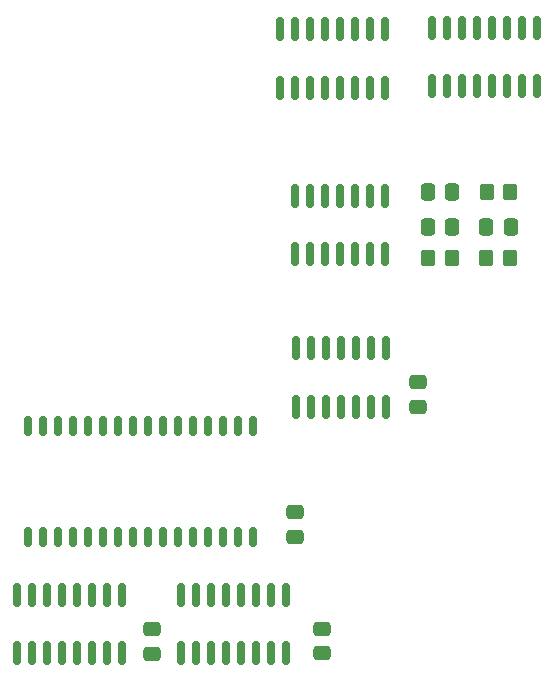
<source format=gbr>
%TF.GenerationSoftware,KiCad,Pcbnew,(5.99.0-7833-g0d57f90982)*%
%TF.CreationDate,2021-09-05T20:23:01+02:00*%
%TF.ProjectId,sbc6526,73626336-3532-4362-9e6b-696361645f70,rev?*%
%TF.SameCoordinates,Original*%
%TF.FileFunction,Paste,Top*%
%TF.FilePolarity,Positive*%
%FSLAX46Y46*%
G04 Gerber Fmt 4.6, Leading zero omitted, Abs format (unit mm)*
G04 Created by KiCad (PCBNEW (5.99.0-7833-g0d57f90982)) date 2021-09-05 20:23:01*
%MOMM*%
%LPD*%
G01*
G04 APERTURE LIST*
G04 Aperture macros list*
%AMRoundRect*
0 Rectangle with rounded corners*
0 $1 Rounding radius*
0 $2 $3 $4 $5 $6 $7 $8 $9 X,Y pos of 4 corners*
0 Add a 4 corners polygon primitive as box body*
4,1,4,$2,$3,$4,$5,$6,$7,$8,$9,$2,$3,0*
0 Add four circle primitives for the rounded corners*
1,1,$1+$1,$2,$3,0*
1,1,$1+$1,$4,$5,0*
1,1,$1+$1,$6,$7,0*
1,1,$1+$1,$8,$9,0*
0 Add four rect primitives between the rounded corners*
20,1,$1+$1,$2,$3,$4,$5,0*
20,1,$1+$1,$4,$5,$6,$7,0*
20,1,$1+$1,$6,$7,$8,$9,0*
20,1,$1+$1,$8,$9,$2,$3,0*%
G04 Aperture macros list end*
%ADD10RoundRect,0.250000X0.475000X-0.337500X0.475000X0.337500X-0.475000X0.337500X-0.475000X-0.337500X0*%
%ADD11RoundRect,0.250000X-0.337500X-0.475000X0.337500X-0.475000X0.337500X0.475000X-0.337500X0.475000X0*%
%ADD12RoundRect,0.250000X0.337500X0.475000X-0.337500X0.475000X-0.337500X-0.475000X0.337500X-0.475000X0*%
%ADD13RoundRect,0.249999X-0.350001X-0.450001X0.350001X-0.450001X0.350001X0.450001X-0.350001X0.450001X0*%
%ADD14RoundRect,0.249999X0.350001X0.450001X-0.350001X0.450001X-0.350001X-0.450001X0.350001X-0.450001X0*%
%ADD15RoundRect,0.150000X-0.150000X0.700000X-0.150000X-0.700000X0.150000X-0.700000X0.150000X0.700000X0*%
%ADD16RoundRect,0.150000X0.150000X-0.825000X0.150000X0.825000X-0.150000X0.825000X-0.150000X-0.825000X0*%
%ADD17RoundRect,0.150000X-0.150000X0.825000X-0.150000X-0.825000X0.150000X-0.825000X0.150000X0.825000X0*%
G04 APERTURE END LIST*
D10*
%TO.C,C4*%
X166200000Y-137100000D03*
X166200000Y-135025000D03*
%TD*%
%TO.C,C7*%
X176600000Y-126100000D03*
X176600000Y-124025000D03*
%TD*%
D11*
%TO.C,C8*%
X177472500Y-110885000D03*
X179547500Y-110885000D03*
%TD*%
D10*
%TO.C,C9*%
X154100000Y-147000000D03*
X154100000Y-144925000D03*
%TD*%
D12*
%TO.C,C12*%
X184500000Y-110875000D03*
X182425000Y-110875000D03*
%TD*%
D13*
%TO.C,R12*%
X177500000Y-113515000D03*
X179500000Y-113515000D03*
%TD*%
%TO.C,R13*%
X182425000Y-113525000D03*
X184425000Y-113525000D03*
%TD*%
D14*
%TO.C,R14*%
X184450000Y-107950000D03*
X182450000Y-107950000D03*
%TD*%
D15*
%TO.C,U4*%
X162695000Y-127700000D03*
X161425000Y-127700000D03*
X160155000Y-127700000D03*
X158885000Y-127700000D03*
X157615000Y-127700000D03*
X156345000Y-127700000D03*
X155075000Y-127700000D03*
X153805000Y-127700000D03*
X152535000Y-127700000D03*
X151265000Y-127700000D03*
X149995000Y-127700000D03*
X148725000Y-127700000D03*
X147455000Y-127700000D03*
X146185000Y-127700000D03*
X144915000Y-127700000D03*
X143645000Y-127700000D03*
X143645000Y-137100000D03*
X144915000Y-137100000D03*
X146185000Y-137100000D03*
X147455000Y-137100000D03*
X148725000Y-137100000D03*
X149995000Y-137100000D03*
X151265000Y-137100000D03*
X152535000Y-137100000D03*
X153805000Y-137100000D03*
X155075000Y-137100000D03*
X156345000Y-137100000D03*
X157615000Y-137100000D03*
X158885000Y-137100000D03*
X160155000Y-137100000D03*
X161425000Y-137100000D03*
X162695000Y-137100000D03*
%TD*%
D16*
%TO.C,U6*%
X177855000Y-98975000D03*
X179125000Y-98975000D03*
X180395000Y-98975000D03*
X181665000Y-98975000D03*
X182935000Y-98975000D03*
X184205000Y-98975000D03*
X185475000Y-98975000D03*
X186745000Y-98975000D03*
X186745000Y-94025000D03*
X185475000Y-94025000D03*
X184205000Y-94025000D03*
X182935000Y-94025000D03*
X181665000Y-94025000D03*
X180395000Y-94025000D03*
X179125000Y-94025000D03*
X177855000Y-94025000D03*
%TD*%
D17*
%TO.C,U10*%
X165445000Y-142025000D03*
X164175000Y-142025000D03*
X162905000Y-142025000D03*
X161635000Y-142025000D03*
X160365000Y-142025000D03*
X159095000Y-142025000D03*
X157825000Y-142025000D03*
X156555000Y-142025000D03*
X156555000Y-146975000D03*
X157825000Y-146975000D03*
X159095000Y-146975000D03*
X160365000Y-146975000D03*
X161635000Y-146975000D03*
X162905000Y-146975000D03*
X164175000Y-146975000D03*
X165445000Y-146975000D03*
%TD*%
%TO.C,U9*%
X151545000Y-142025000D03*
X150275000Y-142025000D03*
X149005000Y-142025000D03*
X147735000Y-142025000D03*
X146465000Y-142025000D03*
X145195000Y-142025000D03*
X143925000Y-142025000D03*
X142655000Y-142025000D03*
X142655000Y-146975000D03*
X143925000Y-146975000D03*
X145195000Y-146975000D03*
X146465000Y-146975000D03*
X147735000Y-146975000D03*
X149005000Y-146975000D03*
X150275000Y-146975000D03*
X151545000Y-146975000D03*
%TD*%
%TO.C,U7*%
X173950000Y-121145000D03*
X172680000Y-121145000D03*
X171410000Y-121145000D03*
X170140000Y-121145000D03*
X168870000Y-121145000D03*
X167600000Y-121145000D03*
X166330000Y-121145000D03*
X166330000Y-126095000D03*
X167600000Y-126095000D03*
X168870000Y-126095000D03*
X170140000Y-126095000D03*
X171410000Y-126095000D03*
X172680000Y-126095000D03*
X173950000Y-126095000D03*
%TD*%
%TO.C,U8*%
X173850000Y-108235000D03*
X172580000Y-108235000D03*
X171310000Y-108235000D03*
X170040000Y-108235000D03*
X168770000Y-108235000D03*
X167500000Y-108235000D03*
X166230000Y-108235000D03*
X166230000Y-113185000D03*
X167500000Y-113185000D03*
X168770000Y-113185000D03*
X170040000Y-113185000D03*
X171310000Y-113185000D03*
X172580000Y-113185000D03*
X173850000Y-113185000D03*
%TD*%
D10*
%TO.C,C10*%
X168500000Y-146975000D03*
X168500000Y-144900000D03*
%TD*%
D11*
%TO.C,C13*%
X177462500Y-107950000D03*
X179537500Y-107950000D03*
%TD*%
D16*
%TO.C,U5*%
X164955000Y-99075000D03*
X166225000Y-99075000D03*
X167495000Y-99075000D03*
X168765000Y-99075000D03*
X170035000Y-99075000D03*
X171305000Y-99075000D03*
X172575000Y-99075000D03*
X173845000Y-99075000D03*
X173845000Y-94125000D03*
X172575000Y-94125000D03*
X171305000Y-94125000D03*
X170035000Y-94125000D03*
X168765000Y-94125000D03*
X167495000Y-94125000D03*
X166225000Y-94125000D03*
X164955000Y-94125000D03*
%TD*%
M02*

</source>
